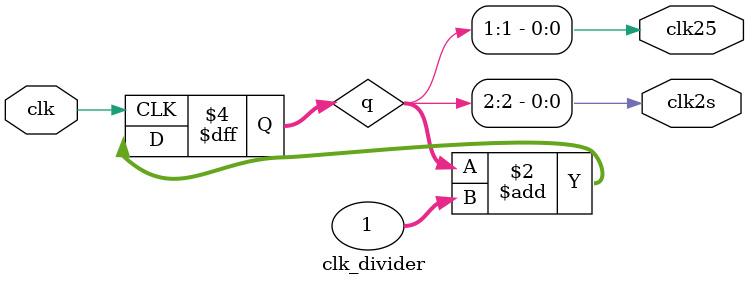
<source format=v>
`timescale 1ns / 1ps


module clk_divider(
  input clk,
   output clk25,
   output clk2s
);
 
reg [31:0] q = 0;

always @(posedge clk)
  q <= q + 1;
 assign clk25 = q[1];
 assign clk2s = q[2];

endmodule

</source>
